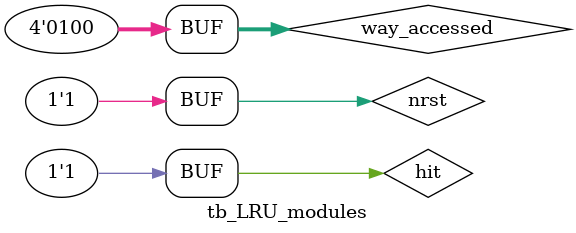
<source format=v>
`timescale 1ns / 1ps


module tb_LRU_modules();

    reg [3:0] way_accessed; // one hot encoding input from way_hit
    reg nrst, hit;
    wire [3:0] LRU;
    
    
    fourway_LRU LRU_nodule(.nrst(nrst), .i_way_accessed(way_accessed), .i_hit(hit), .o_LRU(LRU));
    
    initial begin
        nrst = 0;
        hit = 0;
        way_accessed = 0;
        #512
        nrst = 1;
        hit = 1;
        way_accessed = 4'b0001;
        #40
        way_accessed = 4'b0100;
        
    end
    
    
endmodule

</source>
